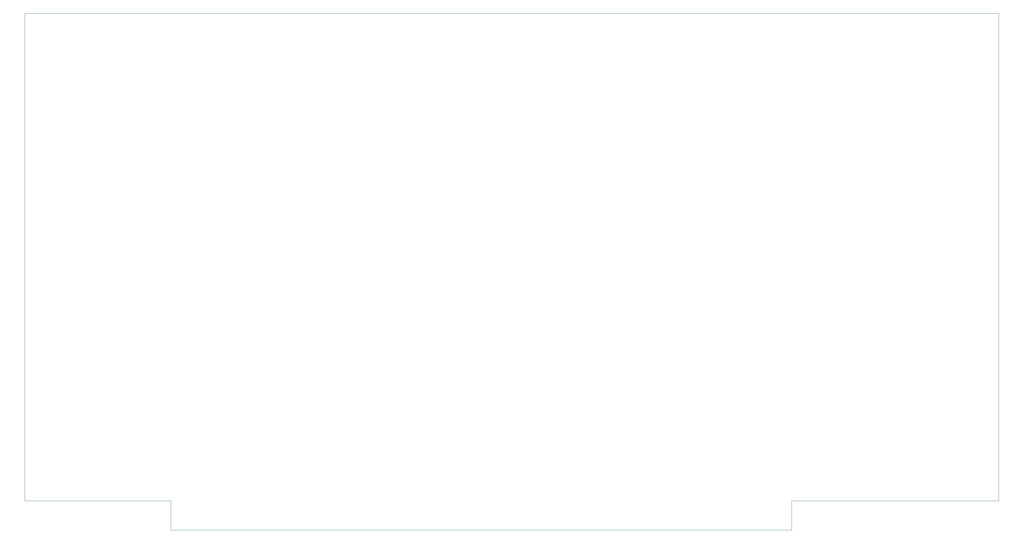
<source format=gbr>
%TF.GenerationSoftware,KiCad,Pcbnew,7.0.10*%
%TF.CreationDate,2024-03-23T14:15:06-04:00*%
%TF.ProjectId,MITS 88-2SIO,4d495453-2038-4382-9d32-53494f2e6b69,rev?*%
%TF.SameCoordinates,Original*%
%TF.FileFunction,Profile,NP*%
%FSLAX46Y46*%
G04 Gerber Fmt 4.6, Leading zero omitted, Abs format (unit mm)*
G04 Created by KiCad (PCBNEW 7.0.10) date 2024-03-23 14:15:06*
%MOMM*%
%LPD*%
G01*
G04 APERTURE LIST*
%TA.AperFunction,Profile*%
%ADD10C,0.100000*%
%TD*%
G04 APERTURE END LIST*
D10*
X222550000Y-153900000D02*
X276525000Y-153900000D01*
X276525000Y-26900000D02*
X276525000Y-153900000D01*
X22525000Y-26900000D02*
X276525000Y-26900000D01*
X222550000Y-153900000D02*
X222550000Y-161520000D01*
X60625000Y-161520000D02*
X222550000Y-161520000D01*
X22525000Y-26900000D02*
X22525000Y-153900000D01*
X60625000Y-153900000D02*
X60625000Y-161520000D01*
X22525000Y-153900000D02*
X60625000Y-153900000D01*
M02*

</source>
